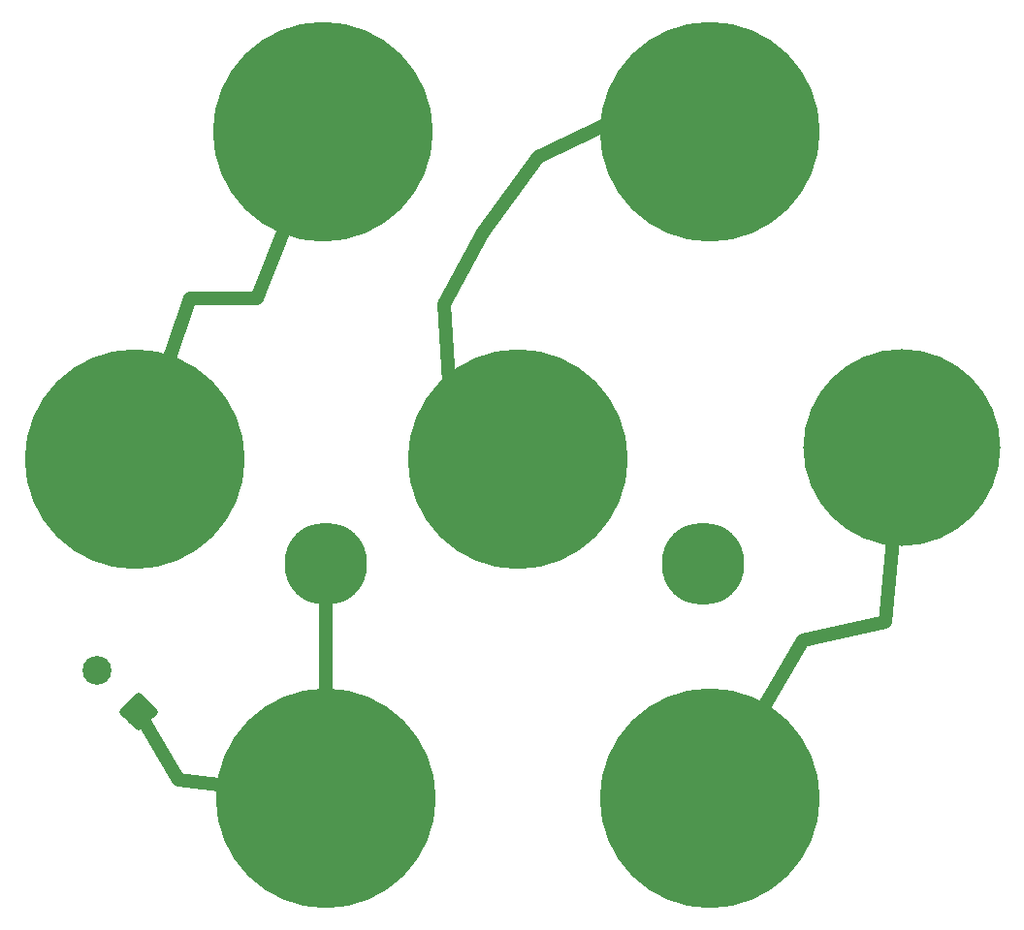
<source format=gtl>
G04 MADE WITH FRITZING*
G04 WWW.FRITZING.ORG*
G04 DOUBLE SIDED*
G04 HOLES PLATED*
G04 CONTOUR ON CENTER OF CONTOUR VECTOR*
%ASAXBY*%
%FSLAX23Y23*%
%MOIN*%
%OFA0B0*%
%SFA1.0B1.0*%
%ADD10C,0.099055*%
%ADD11C,0.283464*%
%ADD12C,0.755905*%
%ADD13C,0.677165*%
%ADD14C,0.048000*%
%ADD15C,0.020000*%
%LNCOPPER1*%
G90*
G70*
G54D10*
X706Y1058D03*
X565Y1199D03*
G54D11*
X2647Y1568D03*
X1351Y1568D03*
G54D12*
X2670Y3053D03*
X2010Y1927D03*
G54D13*
X3329Y1966D03*
G54D12*
X692Y1927D03*
X1341Y3053D03*
X1351Y761D03*
X2670Y761D03*
G54D14*
X843Y825D02*
X1288Y769D01*
D02*
X721Y1033D02*
X843Y825D01*
D02*
X1113Y2480D02*
X884Y2480D01*
D02*
X1318Y2994D02*
X1113Y2480D01*
D02*
X884Y2480D02*
X712Y1986D01*
D02*
X3273Y1368D02*
X3323Y1903D01*
D02*
X2989Y1302D02*
X3273Y1368D01*
D02*
X2702Y815D02*
X2989Y1302D01*
D02*
X2607Y3057D02*
X2309Y3077D01*
D02*
X1889Y2706D02*
X1757Y2459D01*
D02*
X1757Y2459D02*
X1778Y2138D01*
D02*
X2080Y2966D02*
X1889Y2706D01*
D02*
X1778Y2138D02*
X1964Y1969D01*
D02*
X2309Y3077D02*
X2080Y2966D01*
D02*
X1351Y1505D02*
X1351Y824D01*
G54D15*
X706Y1002D02*
X650Y1058D01*
X706Y1114D01*
X762Y1058D01*
X706Y1002D01*
D02*
G04 End of Copper1*
M02*
</source>
